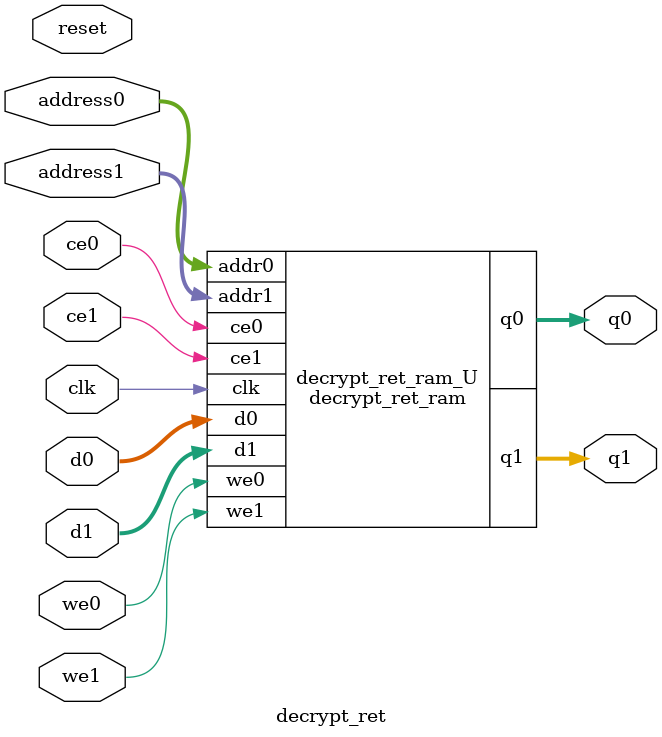
<source format=v>
`timescale 1 ns / 1 ps
module decrypt_ret_ram (addr0, ce0, d0, we0, q0, addr1, ce1, d1, we1, q1,  clk);

parameter DWIDTH = 32;
parameter AWIDTH = 5;
parameter MEM_SIZE = 32;

input[AWIDTH-1:0] addr0;
input ce0;
input[DWIDTH-1:0] d0;
input we0;
output reg[DWIDTH-1:0] q0;
input[AWIDTH-1:0] addr1;
input ce1;
input[DWIDTH-1:0] d1;
input we1;
output reg[DWIDTH-1:0] q1;
input clk;

(* ram_style = "block" *)reg [DWIDTH-1:0] ram[0:MEM_SIZE-1];




always @(posedge clk)  
begin 
    if (ce0) 
    begin
        if (we0) 
        begin 
            ram[addr0] <= d0; 
        end 
        q0 <= ram[addr0];
    end
end


always @(posedge clk)  
begin 
    if (ce1) 
    begin
        if (we1) 
        begin 
            ram[addr1] <= d1; 
        end 
        q1 <= ram[addr1];
    end
end


endmodule

`timescale 1 ns / 1 ps
module decrypt_ret(
    reset,
    clk,
    address0,
    ce0,
    we0,
    d0,
    q0,
    address1,
    ce1,
    we1,
    d1,
    q1);

parameter DataWidth = 32'd32;
parameter AddressRange = 32'd32;
parameter AddressWidth = 32'd5;
input reset;
input clk;
input[AddressWidth - 1:0] address0;
input ce0;
input we0;
input[DataWidth - 1:0] d0;
output[DataWidth - 1:0] q0;
input[AddressWidth - 1:0] address1;
input ce1;
input we1;
input[DataWidth - 1:0] d1;
output[DataWidth - 1:0] q1;



decrypt_ret_ram decrypt_ret_ram_U(
    .clk( clk ),
    .addr0( address0 ),
    .ce0( ce0 ),
    .we0( we0 ),
    .d0( d0 ),
    .q0( q0 ),
    .addr1( address1 ),
    .ce1( ce1 ),
    .we1( we1 ),
    .d1( d1 ),
    .q1( q1 ));

endmodule


</source>
